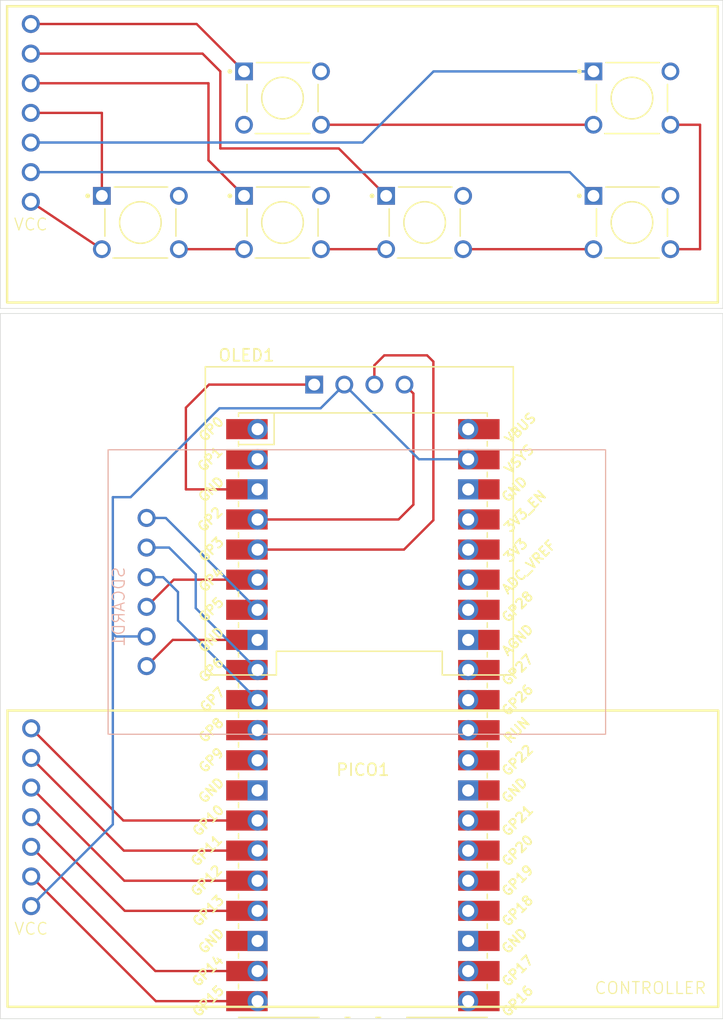
<source format=kicad_pcb>
(kicad_pcb (version 20240108) (generator "pcbnew") (generator_version "8.0")
  (layers (0 "F.Cu" signal) (31 "B.Cu" signal) (34 "B.Paste" user) (35 "F.Paste" user) (36 "B.SilkS" user "B.Silkscreen") (37 "F.SilkS" user "F.Silkscreen") (38 "B.Mask" user) (39 "F.Mask" user) (44 "Edge.Cuts" user))
  (net 0 "")
  (net 1 "Net-(CONTROLLER1-ALPHA)")
  (net 2 "Net-(CONTROLLER1-LEFT)")
  (net 3 "Net-(CONTROLLER1-UP)")
  (net 4 "Net-(CONTROLLER1-RIGHT)")
  (net 5 "Net-(CONTROLLER1-VCC)")
  (net 6 "Net-(CONTROLLER1-BETA)")
  (net 7 "Net-(CONTROLLER1-DOWN)")
  (net 8 "Net-(OLED1-SDA)")
  (net 9 "Net-(OLED1-GND)")
  (net 10 "Net-(OLED1-SCL)")
  (net 12 "Net-(PICO1-GPIO4)")
  (net 17 "Net-(PICO1-GPIO7)")
  (net 29 "Net-(PICO1-GPIO5)")
  (net 33 "Net-(PICO1-GPIO6)")
  (net 40 "Net-(SDCARD1-GND)")
  (footprint "gameconsole_footprint_library:controller" (layer "F.Cu") (at 99.575 62.775)
    (property "Reference" "U" (hide yes))
    (property "Value" "controller")
    (fp_line (start 2 16.5) (end 8 20.5) (stroke (width 0.2)) (layer "F.Cu"))
    (fp_line (start 8 9) (end 2 9) (stroke (width 0.2)) (layer "F.Cu"))
    (fp_line (start 8 16) (end 8 9) (stroke (width 0.2)) (layer "F.Cu"))
    (fp_line (start 14.5 20.5) (end 20 20.5) (stroke (width 0.2)) (layer "F.Cu"))
    (fp_line (start 16 1.5) (end 2 1.5) (stroke (width 0.2)) (layer "F.Cu"))
    (fp_line (start 16.5 4) (end 2 4) (stroke (width 0.2)) (layer "F.Cu"))
    (fp_line (start 17 6.5) (end 2 6.5) (stroke (width 0.2)) (layer "F.Cu"))
    (fp_line (start 17 13) (end 17 6.5) (stroke (width 0.2)) (layer "F.Cu"))
    (fp_line (start 18 5.5) (end 16.5 4) (stroke (width 0.2)) (layer "F.Cu"))
    (fp_line (start 18 12) (end 18 5.5) (stroke (width 0.2)) (layer "F.Cu"))
    (fp_line (start 20 5.5) (end 16 1.5) (stroke (width 0.2)) (layer "F.Cu"))
    (fp_line (start 20 16) (end 17 13) (stroke (width 0.2)) (layer "F.Cu"))
    (fp_line (start 26.5 20.5) (end 32 20.5) (stroke (width 0.2)) (layer "F.Cu"))
    (fp_line (start 28 12) (end 18 12) (stroke (width 0.2)) (layer "F.Cu"))
    (fp_line (start 32 16) (end 28 12) (stroke (width 0.2)) (layer "F.Cu"))
    (fp_line (start 38.5 20.5) (end 49.5 20.5) (stroke (width 0.2)) (layer "F.Cu"))
    (fp_line (start 49.5 10) (end 26.5 10) (stroke (width 0.2)) (layer "F.Cu"))
    (fp_line (start 56 20.5) (end 58.5 20.5) (stroke (width 0.2)) (layer "F.Cu"))
    (fp_line (start 58.5 10) (end 56 10) (stroke (width 0.2)) (layer "F.Cu"))
    (fp_line (start 58.5 20.5) (end 58.5 10) (stroke (width 0.2)) (layer "F.Cu"))
    (fp_line (start 30 11.5) (end 2 11.5) (stroke (width 0.2)) (layer "B.Cu"))
    (fp_line (start 36 5.5) (end 30 11.5) (stroke (width 0.2)) (layer "B.Cu"))
    (fp_line (start 47.5 14) (end 2 14) (stroke (width 0.2)) (layer "B.Cu"))
    (fp_line (start 49.5 5.5) (end 36 5.5) (stroke (width 0.2)) (layer "B.Cu"))
    (fp_line (start 49.5 16) (end 47.5 14) (stroke (width 0.2)) (layer "B.Cu"))
    (fp_line (start 8.255 17.1) (end 8.255 19.4) (stroke (width 0.127)) (layer "F.SilkS"))
    (fp_line (start 9.05 15.255) (end 13.55 15.255) (stroke (width 0.127)) (layer "F.SilkS"))
    (fp_line (start 13.55 21.245) (end 8.95 21.245) (stroke (width 0.127)) (layer "F.SilkS"))
    (fp_line (start 14.25 17.1) (end 14.25 19.4) (stroke (width 0.127)) (layer "F.SilkS"))
    (fp_line (start 20.255 6.6) (end 20.255 8.9) (stroke (width 0.127)) (layer "F.SilkS"))
    (fp_line (start 20.255 17.1) (end 20.255 19.4) (stroke (width 0.127)) (layer "F.SilkS"))
    (fp_line (start 21.05 4.755) (end 25.55 4.755) (stroke (width 0.127)) (layer "F.SilkS"))
    (fp_line (start 21.05 15.255) (end 25.55 15.255) (stroke (width 0.127)) (layer "F.SilkS"))
    (fp_line (start 25.55 10.745) (end 20.95 10.745) (stroke (width 0.127)) (layer "F.SilkS"))
    (fp_line (start 25.55 21.245) (end 20.95 21.245) (stroke (width 0.127)) (layer "F.SilkS"))
    (fp_line (start 26.25 6.6) (end 26.25 8.9) (stroke (width 0.127)) (layer "F.SilkS"))
    (fp_line (start 26.25 17.1) (end 26.25 19.4) (stroke (width 0.127)) (layer "F.SilkS"))
    (fp_line (start 32.255 17.1) (end 32.255 19.4) (stroke (width 0.127)) (layer "F.SilkS"))
    (fp_line (start 33.05 15.255) (end 37.55 15.255) (stroke (width 0.127)) (layer "F.SilkS"))
    (fp_line (start 37.55 21.245) (end 32.95 21.245) (stroke (width 0.127)) (layer "F.SilkS"))
    (fp_line (start 38.25 17.1) (end 38.25 19.4) (stroke (width 0.127)) (layer "F.SilkS"))
    (fp_line (start 49.755 6.6) (end 49.755 8.9) (stroke (width 0.127)) (layer "F.SilkS"))
    (fp_line (start 49.755 17.1) (end 49.755 19.4) (stroke (width 0.127)) (layer "F.SilkS"))
    (fp_line (start 50.55 4.755) (end 55.05 4.755) (stroke (width 0.127)) (layer "F.SilkS"))
    (fp_line (start 50.55 15.255) (end 55.05 15.255) (stroke (width 0.127)) (layer "F.SilkS"))
    (fp_line (start 55.05 10.745) (end 50.45 10.745) (stroke (width 0.127)) (layer "F.SilkS"))
    (fp_line (start 55.05 21.245) (end 50.45 21.245) (stroke (width 0.127)) (layer "F.SilkS"))
    (fp_line (start 55.75 6.6) (end 55.75 8.9) (stroke (width 0.127)) (layer "F.SilkS"))
    (fp_line (start 55.75 17.1) (end 55.75 19.4) (stroke (width 0.127)) (layer "F.SilkS"))
    (fp_rect (start 0 0) (end 60 25) (stroke (width 0.2)) (fill none) (layer "F.SilkS"))
    (fp_circle (center 6.805 16) (end 6.905 16) (stroke (width 0.2)) (fill none) (layer "F.SilkS"))
    (fp_circle (center 11.25 18.25) (end 13.005 18.25) (stroke (width 0.127)) (fill none) (layer "F.SilkS"))
    (fp_circle (center 18.805 5.5) (end 18.905 5.5) (stroke (width 0.2)) (fill none) (layer "F.SilkS"))
    (fp_circle (center 18.805 16) (end 18.905 16) (stroke (width 0.2)) (fill none) (layer "F.SilkS"))
    (fp_circle (center 23.25 7.75) (end 25.005 7.75) (stroke (width 0.127)) (fill none) (layer "F.SilkS"))
    (fp_circle (center 23.25 18.25) (end 25.005 18.25) (stroke (width 0.127)) (fill none) (layer "F.SilkS"))
    (fp_circle (center 30.805 16) (end 30.905 16) (stroke (width 0.2)) (fill none) (layer "F.SilkS"))
    (fp_circle (center 35.25 18.25) (end 37.005 18.25) (stroke (width 0.127)) (fill none) (layer "F.SilkS"))
    (fp_circle (center 48.305 5.5) (end 48.405 5.5) (stroke (width 0.2)) (fill none) (layer "F.SilkS"))
    (fp_circle (center 48.305 16) (end 48.405 16) (stroke (width 0.2)) (fill none) (layer "F.SilkS"))
    (fp_circle (center 52.75 7.75) (end 54.505 7.75) (stroke (width 0.127)) (fill none) (layer "F.SilkS"))
    (fp_circle (center 52.75 18.25) (end 54.505 18.25) (stroke (width 0.127)) (fill none) (layer "F.SilkS"))
    (fp_text user "VCC" (at 0.5 19 0) (layer "F.SilkS") (effects (font (thickness 0.1)) (justify left bottom)))
    (pad "1" thru_hole rect (at 8 16) (size 1.498 1.498) (drill 0.99) (layers "*.Cu" "*.Mask"))
    (pad "1" thru_hole rect (at 20 5.5) (size 1.498 1.498) (drill 0.99) (layers "*.Cu" "*.Mask"))
    (pad "1" thru_hole rect (at 20 16) (size 1.498 1.498) (drill 0.99) (layers "*.Cu" "*.Mask"))
    (pad "1" thru_hole rect (at 32 16) (size 1.498 1.498) (drill 0.99) (layers "*.Cu" "*.Mask"))
    (pad "1" thru_hole rect (at 49.5 5.5) (size 1.498 1.498) (drill 0.99) (layers "*.Cu" "*.Mask"))
    (pad "1" thru_hole rect (at 49.5 16) (size 1.498 1.498) (drill 0.99) (layers "*.Cu" "*.Mask"))
    (pad "2" thru_hole circle (at 14.5 16) (size 1.498 1.498) (drill 0.99) (layers "*.Cu" "*.Mask"))
    (pad "2" thru_hole circle (at 26.5 5.5) (size 1.498 1.498) (drill 0.99) (layers "*.Cu" "*.Mask"))
    (pad "2" thru_hole circle (at 26.5 16) (size 1.498 1.498) (drill 0.99) (layers "*.Cu" "*.Mask"))
    (pad "2" thru_hole circle (at 38.5 16) (size 1.498 1.498) (drill 0.99) (layers "*.Cu" "*.Mask"))
    (pad "2" thru_hole circle (at 56 5.5) (size 1.498 1.498) (drill 0.99) (layers "*.Cu" "*.Mask"))
    (pad "2" thru_hole circle (at 56 16) (size 1.498 1.498) (drill 0.99) (layers "*.Cu" "*.Mask"))
    (pad "3" thru_hole circle (at 8 20.5) (size 1.498 1.498) (drill 0.99) (layers "*.Cu" "*.Mask"))
    (pad "3" thru_hole circle (at 20 10) (size 1.498 1.498) (drill 0.99) (layers "*.Cu" "*.Mask"))
    (pad "3" thru_hole circle (at 20 20.5) (size 1.498 1.498) (drill 0.99) (layers "*.Cu" "*.Mask"))
    (pad "3" thru_hole circle (at 32 20.5) (size 1.498 1.498) (drill 0.99) (layers "*.Cu" "*.Mask"))
    (pad "3" thru_hole circle (at 49.5 10) (size 1.498 1.498) (drill 0.99) (layers "*.Cu" "*.Mask"))
    (pad "3" thru_hole circle (at 49.5 20.5) (size 1.498 1.498) (drill 0.99) (layers "*.Cu" "*.Mask"))
    (pad "4" thru_hole circle (at 14.5 20.5) (size 1.498 1.498) (drill 0.99) (layers "*.Cu" "*.Mask"))
    (pad "4" thru_hole circle (at 26.5 10) (size 1.498 1.498) (drill 0.99) (layers "*.Cu" "*.Mask"))
    (pad "4" thru_hole circle (at 26.5 20.5) (size 1.498 1.498) (drill 0.99) (layers "*.Cu" "*.Mask"))
    (pad "4" thru_hole circle (at 38.5 20.5) (size 1.498 1.498) (drill 0.99) (layers "*.Cu" "*.Mask"))
    (pad "4" thru_hole circle (at 56 10) (size 1.498 1.498) (drill 0.99) (layers "*.Cu" "*.Mask"))
    (pad "4" thru_hole circle (at 56 20.5) (size 1.498 1.498) (drill 0.99) (layers "*.Cu" "*.Mask"))
    (pad "5" thru_hole circle (at 2 16.5) (size 1.524 1.524) (drill 1) (layers "*.Cu" "*.Mask"))
    (pad "6" thru_hole circle (at 2 1.5) (size 1.524 1.524) (drill 1) (layers "*.Cu" "*.Mask"))
    (pad "7" thru_hole circle (at 2 4) (size 1.524 1.524) (drill 1) (layers "*.Cu" "*.Mask"))
    (pad "8" thru_hole circle (at 2 6.5) (size 1.524 1.524) (drill 1) (layers "*.Cu" "*.Mask"))
    (pad "9" thru_hole circle (at 2 9) (size 1.524 1.524) (drill 1) (layers "*.Cu" "*.Mask"))
    (pad "10" thru_hole circle (at 2 11.5) (size 1.524 1.524) (drill 1) (layers "*.Cu" "*.Mask"))
    (pad "11" thru_hole circle (at 2 14) (size 1.524 1.524) (drill 1) (layers "*.Cu" "*.Mask"))
  )
  (footprint "gameconsole_footprint_library:oled" (layer "F.Cu") (at 129.31 106.2)
    (property "Reference" "OLED1" (at -9.525 -13.97 0) (layer "F.SilkS"))
    (property "Value" "~")
    (fp_line (start -13 -13) (end 13 -13) (stroke (width 0.127)) (layer "F.SilkS"))
    (fp_line (start -13 13) (end -13 -13) (stroke (width 0.127)) (layer "F.SilkS"))
    (fp_line (start -7 11) (end -7 13) (stroke (width 0.127)) (layer "F.SilkS"))
    (fp_line (start -7 13) (end -13 13) (stroke (width 0.127)) (layer "F.SilkS"))
    (fp_line (start 7 11) (end -7 11) (stroke (width 0.127)) (layer "F.SilkS"))
    (fp_line (start 7 13) (end 7 11) (stroke (width 0.127)) (layer "F.SilkS"))
    (fp_line (start 13 -13) (end 13 13) (stroke (width 0.127)) (layer "F.SilkS"))
    (fp_line (start 13 13) (end 7 13) (stroke (width 0.127)) (layer "F.SilkS"))
    (pad "1" thru_hole rect (at -3.81 -11.5) (size 1.508 1.508) (drill 1) (layers "*.Cu" "*.Mask") (net 9 "Net-(OLED1-GND)"))
    (pad "2" thru_hole circle (at -1.27 -11.5) (size 1.508 1.508) (drill 1) (layers "*.Cu" "*.Mask") (net 5 "Net-(CONTROLLER1-VCC)"))
    (pad "3" thru_hole circle (at 1.27 -11.5) (size 1.508 1.508) (drill 1) (layers "*.Cu" "*.Mask") (net 10 "Net-(OLED1-SCL)"))
    (pad "4" thru_hole circle (at 3.81 -11.5) (size 1.508 1.508) (drill 1) (layers "*.Cu" "*.Mask") (net 8 "Net-(OLED1-SDA)"))
  )
  (footprint "gameconsole_footprint_library:controller_mount" (layer "F.Cu") (at 129.61 134.2)
    (property "Reference" "CONTROLLER1" (hide yes))
    (property "Value" "~" (hide yes))
    (fp_rect (start -30 -12) (end 30 13) (stroke (width 0.2)) (fill none) (layer "F.SilkS"))
    (fp_text user "CONTROLLER" (at 19.5 12 0) (layer "F.SilkS") (effects (font (thickness 0.1)) (justify left bottom)))
    (fp_text user "VCC" (at -29.5 7 0) (layer "F.SilkS") (effects (font (thickness 0.1)) (justify left bottom)))
    (pad "1" thru_hole circle (at -28 -10.5) (size 1.524 1.524) (drill 1) (layers "*.Cu" "*.Mask") (net 3 "Net-(CONTROLLER1-UP)"))
    (pad "2" thru_hole circle (at -28 -8) (size 1.524 1.524) (drill 1) (layers "*.Cu" "*.Mask") (net 4 "Net-(CONTROLLER1-RIGHT)"))
    (pad "3" thru_hole circle (at -28 -5.5) (size 1.524 1.524) (drill 1) (layers "*.Cu" "*.Mask") (net 7 "Net-(CONTROLLER1-DOWN)"))
    (pad "4" thru_hole circle (at -28 -3) (size 1.524 1.524) (drill 1) (layers "*.Cu" "*.Mask") (net 2 "Net-(CONTROLLER1-LEFT)"))
    (pad "5" thru_hole circle (at -28 -0.5) (size 1.524 1.524) (drill 1) (layers "*.Cu" "*.Mask") (net 1 "Net-(CONTROLLER1-ALPHA)"))
    (pad "6" thru_hole circle (at -28 2) (size 1.524 1.524) (drill 1) (layers "*.Cu" "*.Mask") (net 6 "Net-(CONTROLLER1-BETA)"))
    (pad "7" thru_hole circle (at -28 4.5) (size 1.524 1.524) (drill 1) (layers "*.Cu" "*.Mask") (net 5 "Net-(CONTROLLER1-VCC)"))
  )
  (footprint "gameconsole_footprint_library:pico" (layer "F.Cu") (at 129.61 122.59)
    (property "Reference" "PICO1" (at 0 4.61 0) (layer "F.SilkS"))
    (property "Value" "~")
    (fp_line (start -10.5 -25.5) (end -10.5 -25.2) (stroke (width 0.12)) (layer "F.SilkS"))
    (fp_line (start -10.5 -25.5) (end 10.5 -25.5) (stroke (width 0.12)) (layer "F.SilkS"))
    (fp_line (start -10.5 -23.1) (end -10.5 -22.7) (stroke (width 0.12)) (layer "F.SilkS"))
    (fp_line (start -10.5 -22.833) (end -7.493 -22.833) (stroke (width 0.12)) (layer "F.SilkS"))
    (fp_line (start -10.5 -20.5) (end -10.5 -20.1) (stroke (width 0.12)) (layer "F.SilkS"))
    (fp_line (start -10.5 -18) (end -10.5 -17.6) (stroke (width 0.12)) (layer "F.SilkS"))
    (fp_line (start -10.5 -15.4) (end -10.5 -15) (stroke (width 0.12)) (layer "F.SilkS"))
    (fp_line (start -10.5 -12.9) (end -10.5 -12.5) (stroke (width 0.12)) (layer "F.SilkS"))
    (fp_line (start -10.5 -10.4) (end -10.5 -10) (stroke (width 0.12)) (layer "F.SilkS"))
    (fp_line (start -10.5 -7.8) (end -10.5 -7.4) (stroke (width 0.12)) (layer "F.SilkS"))
    (fp_line (start -10.5 -5.3) (end -10.5 -4.9) (stroke (width 0.12)) (layer "F.SilkS"))
    (fp_line (start -10.5 -2.7) (end -10.5 -2.3) (stroke (width 0.12)) (layer "F.SilkS"))
    (fp_line (start -10.5 -0.2) (end -10.5 0.2) (stroke (width 0.12)) (layer "F.SilkS"))
    (fp_line (start -10.5 2.3) (end -10.5 2.7) (stroke (width 0.12)) (layer "F.SilkS"))
    (fp_line (start -10.5 4.9) (end -10.5 5.3) (stroke (width 0.12)) (layer "F.SilkS"))
    (fp_line (start -10.5 7.4) (end -10.5 7.8) (stroke (width 0.12)) (layer "F.SilkS"))
    (fp_line (start -10.5 10) (end -10.5 10.4) (stroke (width 0.12)) (layer "F.SilkS"))
    (fp_line (start -10.5 12.5) (end -10.5 12.9) (stroke (width 0.12)) (layer "F.SilkS"))
    (fp_line (start -10.5 15.1) (end -10.5 15.5) (stroke (width 0.12)) (layer "F.SilkS"))
    (fp_line (start -10.5 17.6) (end -10.5 18) (stroke (width 0.12)) (layer "F.SilkS"))
    (fp_line (start -10.5 20.1) (end -10.5 20.5) (stroke (width 0.12)) (layer "F.SilkS"))
    (fp_line (start -10.5 22.7) (end -10.5 23.1) (stroke (width 0.12)) (layer "F.SilkS"))
    (fp_line (start -7.493 -22.833) (end -7.493 -25.5) (stroke (width 0.12)) (layer "F.SilkS"))
    (fp_line (start -3.7 25.5) (end -10.5 25.5) (stroke (width 0.12)) (layer "F.SilkS"))
    (fp_line (start -1.5 25.5) (end -1.1 25.5) (stroke (width 0.12)) (layer "F.SilkS"))
    (fp_line (start 1.1 25.5) (end 1.5 25.5) (stroke (width 0.12)) (layer "F.SilkS"))
    (fp_line (start 10.5 -25.5) (end 10.5 -25.2) (stroke (width 0.12)) (layer "F.SilkS"))
    (fp_line (start 10.5 -23.1) (end 10.5 -22.7) (stroke (width 0.12)) (layer "F.SilkS"))
    (fp_line (start 10.5 -20.5) (end 10.5 -20.1) (stroke (width 0.12)) (layer "F.SilkS"))
    (fp_line (start 10.5 -18) (end 10.5 -17.6) (stroke (width 0.12)) (layer "F.SilkS"))
    (fp_line (start 10.5 -15.4) (end 10.5 -15) (stroke (width 0.12)) (layer "F.SilkS"))
    (fp_line (start 10.5 -12.9) (end 10.5 -12.5) (stroke (width 0.12)) (layer "F.SilkS"))
    (fp_line (start 10.5 -10.4) (end 10.5 -10) (stroke (width 0.12)) (layer "F.SilkS"))
    (fp_line (start 10.5 -7.8) (end 10.5 -7.4) (stroke (width 0.12)) (layer "F.SilkS"))
    (fp_line (start 10.5 -5.3) (end 10.5 -4.9) (stroke (width 0.12)) (layer "F.SilkS"))
    (fp_line (start 10.5 -2.7) (end 10.5 -2.3) (stroke (width 0.12)) (layer "F.SilkS"))
    (fp_line (start 10.5 -0.2) (end 10.5 0.2) (stroke (width 0.12)) (layer "F.SilkS"))
    (fp_line (start 10.5 2.3) (end 10.5 2.7) (stroke (width 0.12)) (layer "F.SilkS"))
    (fp_line (start 10.5 4.9) (end 10.5 5.3) (stroke (width 0.12)) (layer "F.SilkS"))
    (fp_line (start 10.5 7.4) (end 10.5 7.8) (stroke (width 0.12)) (layer "F.SilkS"))
    (fp_line (start 10.5 10) (end 10.5 10.4) (stroke (width 0.12)) (layer "F.SilkS"))
    (fp_line (start 10.5 12.5) (end 10.5 12.9) (stroke (width 0.12)) (layer "F.SilkS"))
    (fp_line (start 10.5 15.1) (end 10.5 15.5) (stroke (width 0.12)) (layer "F.SilkS"))
    (fp_line (start 10.5 17.6) (end 10.5 18) (stroke (width 0.12)) (layer "F.SilkS"))
    (fp_line (start 10.5 20.1) (end 10.5 20.5) (stroke (width 0.12)) (layer "F.SilkS"))
    (fp_line (start 10.5 22.7) (end 10.5 23.1) (stroke (width 0.12)) (layer "F.SilkS"))
    (fp_line (start 10.5 25.5) (end 3.7 25.5) (stroke (width 0.12)) (layer "F.SilkS"))
    (fp_text user "GP11" (at -13.2 11.43 45) (layer "F.SilkS") (effects (font (size 0.8 0.8))))
    (fp_text user "GP28" (at 13.054 -9.144 45) (layer "F.SilkS") (effects (font (size 0.8 0.8))))
    (fp_text user "GP26" (at 13.054 -1.27 45) (layer "F.SilkS") (effects (font (size 0.8 0.8))))
    (fp_text user "GP14" (at -13.1 21.59 45) (layer "F.SilkS") (effects (font (size 0.8 0.8))))
    (fp_text user "VBUS" (at 13.3 -24.2 45) (layer "F.SilkS") (effects (font (size 0.8 0.8))))
    (fp_text user "GND" (at 12.8 19.05 45) (layer "F.SilkS") (effects (font (size 0.8 0.8))))
    (fp_text user "GP20" (at 13.054 11.43 45) (layer "F.SilkS") (effects (font (size 0.8 0.8))))
    (fp_text user "RUN" (at 13 1.27 45) (layer "F.SilkS") (effects (font (size 0.8 0.8))))
    (fp_text user "GP10" (at -13.054 8.89 45) (layer "F.SilkS") (effects (font (size 0.8 0.8))))
    (fp_text user "3V3" (at 12.9 -13.9 45) (layer "F.SilkS") (effects (font (size 0.8 0.8))))
    (fp_text user "GP7" (at -12.7 -1.3 45) (layer "F.SilkS") (effects (font (size 0.8 0.8))))
    (fp_text user "3V3_EN" (at 13.7 -17.2 45) (layer "F.SilkS") (effects (font (size 0.8 0.8))))
    (fp_text user "GND" (at 12.8 -19.05 45) (layer "F.SilkS") (effects (font (size 0.8 0.8))))
    (fp_text user "GP27" (at 13.054 -3.8 45) (layer "F.SilkS") (effects (font (size 0.8 0.8))))
    (fp_text user "GP12" (at -13.2 13.97 45) (layer "F.SilkS") (effects (font (size 0.8 0.8))))
    (fp_text user "GND" (at -12.8 -19.05 45) (layer "F.SilkS") (effects (font (size 0.8 0.8))))
    (fp_text user "GND" (at 12.8 6.35 45) (layer "F.SilkS") (effects (font (size 0.8 0.8))))
    (fp_text user "GP17" (at 13.054 21.59 45) (layer "F.SilkS") (effects (font (size 0.8 0.8))))
    (fp_text user "GP6" (at -12.8 -3.81 45) (layer "F.SilkS") (effects (font (size 0.8 0.8))))
    (fp_text user "GP16" (at 13.054 24.13 45) (layer "F.SilkS") (effects (font (size 0.8 0.8))))
    (fp_text user "GND" (at -12.8 -6.35 45) (layer "F.SilkS") (effects (font (size 0.8 0.8))))
    (fp_text user "AGND" (at 13.054 -6.35 45) (layer "F.SilkS") (effects (font (size 0.8 0.8))))
    (fp_text user "GP15" (at -13.054 24.13 45) (layer "F.SilkS") (effects (font (size 0.8 0.8))))
    (fp_text user "VSYS" (at 13.2 -21.59 45) (layer "F.SilkS") (effects (font (size 0.8 0.8))))
    (fp_text user "GP21" (at 13.054 8.9 45) (layer "F.SilkS") (effects (font (size 0.8 0.8))))
    (fp_text user "GP0" (at -12.8 -24.13 45) (layer "F.SilkS") (effects (font (size 0.8 0.8))))
    (fp_text user "GND" (at -12.8 19.05 45) (layer "F.SilkS") (effects (font (size 0.8 0.8))))
    (fp_text user "GP19" (at 13.054 13.97 45) (layer "F.SilkS") (effects (font (size 0.8 0.8))))
    (fp_text user "GP2" (at -12.9 -16.51 45) (layer "F.SilkS") (effects (font (size 0.8 0.8))))
    (fp_text user "GP18" (at 13.054 16.51 45) (layer "F.SilkS") (effects (font (size 0.8 0.8))))
    (fp_text user "GP8" (at -12.8 1.27 45) (layer "F.SilkS") (effects (font (size 0.8 0.8))))
    (fp_text user "GP22" (at 13.054 3.81 45) (layer "F.SilkS") (effects (font (size 0.8 0.8))))
    (fp_text user "GP1" (at -12.9 -21.6 45) (layer "F.SilkS") (effects (font (size 0.8 0.8))))
    (fp_text user "GP9" (at -12.8 3.81 45) (layer "F.SilkS") (effects (font (size 0.8 0.8))))
    (fp_text user "GP5" (at -12.8 -8.89 45) (layer "F.SilkS") (effects (font (size 0.8 0.8))))
    (fp_text user "GP13" (at -13.054 16.51 45) (layer "F.SilkS") (effects (font (size 0.8 0.8))))
    (fp_text user "GND" (at -12.8 6.35 45) (layer "F.SilkS") (effects (font (size 0.8 0.8))))
    (fp_text user "GP3" (at -12.8 -13.97 45) (layer "F.SilkS") (effects (font (size 0.8 0.8))))
    (fp_text user "GP4" (at -12.8 -11.43 45) (layer "F.SilkS") (effects (font (size 0.8 0.8))))
    (fp_text user "ADC_VREF" (at 14 -12.5 45) (layer "F.SilkS") (effects (font (size 0.8 0.8))))
    (pad "1" thru_hole oval (at -8.89 -24.13) (size 1.7 1.7) (drill 1.02) (layers "*.Cu" "*.Mask"))
    (pad "1" smd rect (at -8.89 -24.13) (size 3.5 1.7) (drill (offset -0.9 0)) (layers "F.Cu" "F.Mask"))
    (pad "2" thru_hole oval (at -8.89 -21.59) (size 1.7 1.7) (drill 1.02) (layers "*.Cu" "*.Mask"))
    (pad "2" smd rect (at -8.89 -21.59) (size 3.5 1.7) (drill (offset -0.9 0)) (layers "F.Cu" "F.Mask"))
    (pad "3" thru_hole rect (at -8.89 -19.05) (size 1.7 1.7) (drill 1.02) (layers "*.Cu" "*.Mask") (net 9 "Net-(OLED1-GND)"))
    (pad "3" smd rect (at -8.89 -19.05) (size 3.5 1.7) (drill (offset -0.9 0)) (layers "F.Cu" "F.Mask") (net 9 "Net-(OLED1-GND)"))
    (pad "4" thru_hole oval (at -8.89 -16.51) (size 1.7 1.7) (drill 1.02) (layers "*.Cu" "*.Mask") (net 8 "Net-(OLED1-SDA)"))
    (pad "4" smd rect (at -8.89 -16.51) (size 3.5 1.7) (drill (offset -0.9 0)) (layers "F.Cu" "F.Mask") (net 8 "Net-(OLED1-SDA)"))
    (pad "5" thru_hole oval (at -8.89 -13.97) (size 1.7 1.7) (drill 1.02) (layers "*.Cu" "*.Mask") (net 10 "Net-(OLED1-SCL)"))
    (pad "5" smd rect (at -8.89 -13.97) (size 3.5 1.7) (drill (offset -0.9 0)) (layers "F.Cu" "F.Mask") (net 10 "Net-(OLED1-SCL)"))
    (pad "6" thru_hole oval (at -8.89 -11.43) (size 1.7 1.7) (drill 1.02) (layers "*.Cu" "*.Mask") (net 12 "Net-(PICO1-GPIO4)"))
    (pad "6" smd rect (at -8.89 -11.43) (size 3.5 1.7) (drill (offset -0.9 0)) (layers "F.Cu" "F.Mask") (net 12 "Net-(PICO1-GPIO4)"))
    (pad "7" thru_hole oval (at -8.89 -8.89) (size 1.7 1.7) (drill 1.02) (layers "*.Cu" "*.Mask") (net 29 "Net-(PICO1-GPIO5)"))
    (pad "7" smd rect (at -8.89 -8.89) (size 3.5 1.7) (drill (offset -0.9 0)) (layers "F.Cu" "F.Mask") (net 29 "Net-(PICO1-GPIO5)"))
    (pad "8" thru_hole rect (at -8.89 -6.35) (size 1.7 1.7) (drill 1.02) (layers "*.Cu" "*.Mask") (net 40 "Net-(SDCARD1-GND)"))
    (pad "8" smd rect (at -8.89 -6.35) (size 3.5 1.7) (drill (offset -0.9 0)) (layers "F.Cu" "F.Mask") (net 40 "Net-(SDCARD1-GND)"))
    (pad "9" thru_hole oval (at -8.89 -3.81) (size 1.7 1.7) (drill 1.02) (layers "*.Cu" "*.Mask") (net 33 "Net-(PICO1-GPIO6)"))
    (pad "9" smd rect (at -8.89 -3.81) (size 3.5 1.7) (drill (offset -0.9 0)) (layers "F.Cu" "F.Mask") (net 33 "Net-(PICO1-GPIO6)"))
    (pad "10" thru_hole oval (at -8.89 -1.27) (size 1.7 1.7) (drill 1.02) (layers "*.Cu" "*.Mask") (net 17 "Net-(PICO1-GPIO7)"))
    (pad "10" smd rect (at -8.89 -1.27) (size 3.5 1.7) (drill (offset -0.9 0)) (layers "F.Cu" "F.Mask") (net 17 "Net-(PICO1-GPIO7)"))
    (pad "11" thru_hole oval (at -8.89 1.27) (size 1.7 1.7) (drill 1.02) (layers "*.Cu" "*.Mask"))
    (pad "11" smd rect (at -8.89 1.27) (size 3.5 1.7) (drill (offset -0.9 0)) (layers "F.Cu" "F.Mask"))
    (pad "12" thru_hole oval (at -8.89 3.81) (size 1.7 1.7) (drill 1.02) (layers "*.Cu" "*.Mask"))
    (pad "12" smd rect (at -8.89 3.81) (size 3.5 1.7) (drill (offset -0.9 0)) (layers "F.Cu" "F.Mask"))
    (pad "13" thru_hole rect (at -8.89 6.35) (size 1.7 1.7) (drill 1.02) (layers "*.Cu" "*.Mask"))
    (pad "13" smd rect (at -8.89 6.35) (size 3.5 1.7) (drill (offset -0.9 0)) (layers "F.Cu" "F.Mask"))
    (pad "14" thru_hole oval (at -8.89 8.89) (size 1.7 1.7) (drill 1.02) (layers "*.Cu" "*.Mask") (net 3 "Net-(CONTROLLER1-UP)"))
    (pad "14" smd rect (at -8.89 8.89) (size 3.5 1.7) (drill (offset -0.9 0)) (layers "F.Cu" "F.Mask") (net 3 "Net-(CONTROLLER1-UP)"))
    (pad "15" thru_hole oval (at -8.89 11.43) (size 1.7 1.7) (drill 1.02) (layers "*.Cu" "*.Mask") (net 4 "Net-(CONTROLLER1-RIGHT)"))
    (pad "15" smd rect (at -8.89 11.43) (size 3.5 1.7) (drill (offset -0.9 0)) (layers "F.Cu" "F.Mask") (net 4 "Net-(CONTROLLER1-RIGHT)"))
    (pad "16" thru_hole oval (at -8.89 13.97) (size 1.7 1.7) (drill 1.02) (layers "*.Cu" "*.Mask") (net 7 "Net-(CONTROLLER1-DOWN)"))
    (pad "16" smd rect (at -8.89 13.97) (size 3.5 1.7) (drill (offset -0.9 0)) (layers "F.Cu" "F.Mask") (net 7 "Net-(CONTROLLER1-DOWN)"))
    (pad "17" thru_hole oval (at -8.89 16.51) (size 1.7 1.7) (drill 1.02) (layers "*.Cu" "*.Mask") (net 2 "Net-(CONTROLLER1-LEFT)"))
    (pad "17" smd rect (at -8.89 16.51) (size 3.5 1.7) (drill (offset -0.9 0)) (layers "F.Cu" "F.Mask") (net 2 "Net-(CONTROLLER1-LEFT)"))
    (pad "18" thru_hole rect (at -8.89 19.05) (size 1.7 1.7) (drill 1.02) (layers "*.Cu" "*.Mask"))
    (pad "18" smd rect (at -8.89 19.05) (size 3.5 1.7) (drill (offset -0.9 0)) (layers "F.Cu" "F.Mask"))
    (pad "19" thru_hole oval (at -8.89 21.59) (size 1.7 1.7) (drill 1.02) (layers "*.Cu" "*.Mask") (net 1 "Net-(CONTROLLER1-ALPHA)"))
    (pad "19" smd rect (at -8.89 21.59) (size 3.5 1.7) (drill (offset -0.9 0)) (layers "F.Cu" "F.Mask") (net 1 "Net-(CONTROLLER1-ALPHA)"))
    (pad "20" thru_hole oval (at -8.89 24.13) (size 1.7 1.7) (drill 1.02) (layers "*.Cu" "*.Mask") (net 6 "Net-(CONTROLLER1-BETA)"))
    (pad "20" smd rect (at -8.89 24.13) (size 3.5 1.7) (drill (offset -0.9 0)) (layers "F.Cu" "F.Mask") (net 6 "Net-(CONTROLLER1-BETA)"))
    (pad "21" thru_hole oval (at 8.89 24.13) (size 1.7 1.7) (drill 1.02) (layers "*.Cu" "*.Mask"))
    (pad "21" smd rect (at 8.89 24.13) (size 3.5 1.7) (drill (offset 0.9 0)) (layers "F.Cu" "F.Mask"))
    (pad "22" thru_hole oval (at 8.89 21.59) (size 1.7 1.7) (drill 1.02) (layers "*.Cu" "*.Mask"))
    (pad "22" smd rect (at 8.89 21.59) (size 3.5 1.7) (drill (offset 0.9 0)) (layers "F.Cu" "F.Mask"))
    (pad "23" thru_hole rect (at 8.89 19.05) (size 1.7 1.7) (drill 1.02) (layers "*.Cu" "*.Mask"))
    (pad "23" smd rect (at 8.89 19.05) (size 3.5 1.7) (drill (offset 0.9 0)) (layers "F.Cu" "F.Mask"))
    (pad "24" thru_hole oval (at 8.89 16.51) (size 1.7 1.7) (drill 1.02) (layers "*.Cu" "*.Mask"))
    (pad "24" smd rect (at 8.89 16.51) (size 3.5 1.7) (drill (offset 0.9 0)) (layers "F.Cu" "F.Mask"))
    (pad "25" thru_hole oval (at 8.89 13.97) (size 1.7 1.7) (drill 1.02) (layers "*.Cu" "*.Mask"))
    (pad "25" smd rect (at 8.89 13.97) (size 3.5 1.7) (drill (offset 0.9 0)) (layers "F.Cu" "F.Mask"))
    (pad "26" thru_hole oval (at 8.89 11.43) (size 1.7 1.7) (drill 1.02) (layers "*.Cu" "*.Mask"))
    (pad "26" smd rect (at 8.89 11.43) (size 3.5 1.7) (drill (offset 0.9 0)) (layers "F.Cu" "F.Mask"))
    (pad "27" thru_hole oval (at 8.89 8.89) (size 1.7 1.7) (drill 1.02) (layers "*.Cu" "*.Mask"))
    (pad "27" smd rect (at 8.89 8.89) (size 3.5 1.7) (drill (offset 0.9 0)) (layers "F.Cu" "F.Mask"))
    (pad "28" thru_hole rect (at 8.89 6.35) (size 1.7 1.7) (drill 1.02) (layers "*.Cu" "*.Mask"))
    (pad "28" smd rect (at 8.89 6.35) (size 3.5 1.7) (drill (offset 0.9 0)) (layers "F.Cu" "F.Mask"))
    (pad "29" thru_hole oval (at 8.89 3.81) (size 1.7 1.7) (drill 1.02) (layers "*.Cu" "*.Mask"))
    (pad "29" smd rect (at 8.89 3.81) (size 3.5 1.7) (drill (offset 0.9 0)) (layers "F.Cu" "F.Mask"))
    (pad "30" thru_hole oval (at 8.89 1.27) (size 1.7 1.7) (drill 1.02) (layers "*.Cu" "*.Mask"))
    (pad "30" smd rect (at 8.89 1.27) (size 3.5 1.7) (drill (offset 0.9 0)) (layers "F.Cu" "F.Mask"))
    (pad "31" thru_hole oval (at 8.89 -1.27) (size 1.7 1.7) (drill 1.02) (layers "*.Cu" "*.Mask"))
    (pad "31" smd rect (at 8.89 -1.27) (size 3.5 1.7) (drill (offset 0.9 0)) (layers "F.Cu" "F.Mask"))
    (pad "32" thru_hole oval (at 8.89 -3.81) (size 1.7 1.7) (drill 1.02) (layers "*.Cu" "*.Mask"))
    (pad "32" smd rect (at 8.89 -3.81) (size 3.5 1.7) (drill (offset 0.9 0)) (layers "F.Cu" "F.Mask"))
    (pad "33" thru_hole rect (at 8.89 -6.35) (size 1.7 1.7) (drill 1.02) (layers "*.Cu" "*.Mask"))
    (pad "33" smd rect (at 8.89 -6.35) (size 3.5 1.7) (drill (offset 0.9 0)) (layers "F.Cu" "F.Mask"))
    (pad "34" thru_hole oval (at 8.89 -8.89) (size 1.7 1.7) (drill 1.02) (layers "*.Cu" "*.Mask"))
    (pad "34" smd rect (at 8.89 -8.89) (size 3.5 1.7) (drill (offset 0.9 0)) (layers "F.Cu" "F.Mask"))
    (pad "35" thru_hole oval (at 8.89 -11.43) (size 1.7 1.7) (drill 1.02) (layers "*.Cu" "*.Mask"))
    (pad "35" smd rect (at 8.89 -11.43) (size 3.5 1.7) (drill (offset 0.9 0)) (layers "F.Cu" "F.Mask"))
    (pad "36" thru_hole oval (at 8.89 -13.97) (size 1.7 1.7) (drill 1.02) (layers "*.Cu" "*.Mask"))
    (pad "36" smd rect (at 8.89 -13.97) (size 3.5 1.7) (drill (offset 0.9 0)) (layers "F.Cu" "F.Mask"))
    (pad "37" thru_hole oval (at 8.89 -16.51) (size 1.7 1.7) (drill 1.02) (layers "*.Cu" "*.Mask"))
    (pad "37" smd rect (at 8.89 -16.51) (size 3.5 1.7) (drill (offset 0.9 0)) (layers "F.Cu" "F.Mask"))
    (pad "38" thru_hole rect (at 8.89 -19.05) (size 1.7 1.7) (drill 1.02) (layers "*.Cu" "*.Mask"))
    (pad "38" smd rect (at 8.89 -19.05) (size 3.5 1.7) (drill (offset 0.9 0)) (layers "F.Cu" "F.Mask"))
    (pad "39" thru_hole oval (at 8.89 -21.59) (size 1.7 1.7) (drill 1.02) (layers "*.Cu" "*.Mask") (net 5 "Net-(CONTROLLER1-VCC)"))
    (pad "39" smd rect (at 8.89 -21.59) (size 3.5 1.7) (drill (offset 0.9 0)) (layers "F.Cu" "F.Mask") (net 5 "Net-(CONTROLLER1-VCC)"))
    (pad "40" thru_hole oval (at 8.89 -24.13) (size 1.7 1.7) (drill 1.02) (layers "*.Cu" "*.Mask"))
    (pad "40" smd rect (at 8.89 -24.13) (size 3.5 1.7) (drill (offset 0.9 0)) (layers "F.Cu" "F.Mask"))
  )
  (footprint "gameconsole_footprint_library:sdcard" (layer "B.Cu") (at 108.1 100.2 -90)
    (property "Reference" "SDCARD1" (at 13.25 -0.9 90) (layer "B.SilkS") (effects (font (thickness 0.1)) (justify mirror)))
    (property "Value" "~")
    (fp_rect (start 24 -42) (end 0 0) (stroke (width 0.1)) (fill none) (layer "B.SilkS"))
    (pad "1" thru_hole circle (at 5.75 -3.25 270) (size 1.524 1.524) (drill 1) (layers "*.Cu" "*.Mask") (net 29 "Net-(PICO1-GPIO5)"))
    (pad "2" thru_hole circle (at 8.25 -3.25 270) (size 1.524 1.524) (drill 1) (layers "*.Cu" "*.Mask") (net 33 "Net-(PICO1-GPIO6)"))
    (pad "3" thru_hole circle (at 10.75 -3.25 270) (size 1.524 1.524) (drill 1) (layers "*.Cu" "*.Mask") (net 17 "Net-(PICO1-GPIO7)"))
    (pad "4" thru_hole circle (at 13.25 -3.25 270) (size 1.524 1.524) (drill 1) (layers "*.Cu" "*.Mask") (net 12 "Net-(PICO1-GPIO4)"))
    (pad "5" thru_hole circle (at 15.75 -3.25 270) (size 1.524 1.524) (drill 1) (layers "*.Cu" "*.Mask") (net 5 "Net-(CONTROLLER1-VCC)"))
    (pad "6" thru_hole circle (at 18.25 -3.25 270) (size 1.524 1.524) (drill 1) (layers "*.Cu" "*.Mask") (net 40 "Net-(SDCARD1-GND)"))
  )
  (gr_rect (start 99 88.7) (end 160 148.2) (stroke (width 0.05)) (fill none) (layer "Edge.Cuts"))
  (gr_rect (start 99 62.275) (end 160 88.275) (stroke (width 0.05)) (fill none) (layer "Edge.Cuts"))
  (segment (start 101.61 133.7) (end 112.09 144.18) (width 0.2) (layer "F.Cu") (net 1))
  (segment (start 112.09 144.18) (end 120.72 144.18) (width 0.2) (layer "F.Cu") (net 1))
  (segment (start 109.51 139.1) (end 120.72 139.1) (width 0.2) (layer "F.Cu") (net 2))
  (segment (start 101.61 131.2) (end 109.51 139.1) (width 0.2) (layer "F.Cu") (net 2))
  (segment (start 109.39 131.48) (end 120.72 131.48) (width 0.2) (layer "F.Cu") (net 3))
  (segment (start 101.61 123.7) (end 109.39 131.48) (width 0.2) (layer "F.Cu") (net 3))
  (segment (start 101.61 126.2) (end 109.43 134.02) (width 0.2) (layer "F.Cu") (net 4))
  (segment (start 109.43 134.02) (end 120.72 134.02) (width 0.2) (layer "F.Cu") (net 4))
  (segment (start 108.5 113.1) (end 108.5 131.81) (width 0.2) (layer "B.Cu") (net 5))
  (segment (start 110 104.2) (end 108.5 104.2) (width 0.2) (layer "B.Cu") (net 5))
  (segment (start 108.5 131.81) (end 101.61 138.7) (width 0.2) (layer "B.Cu") (net 5))
  (segment (start 108.5 104.2) (end 108.5 113.1) (width 0.2) (layer "B.Cu") (net 5))
  (segment (start 108.75 115.95) (end 111.35 115.95) (width 0.2) (layer "B.Cu") (net 5))
  (segment (start 134.34 101) (end 128.04 94.7) (width 0.2) (layer "B.Cu") (net 5))
  (segment (start 128.04 94.7) (end 126.04 96.7) (width 0.2) (layer "B.Cu") (net 5))
  (segment (start 108.5 115.7) (end 108.75 115.95) (width 0.2) (layer "B.Cu") (net 5))
  (segment (start 138.5 101) (end 134.34 101) (width 0.2) (layer "B.Cu") (net 5))
  (segment (start 126.04 96.7) (end 117.5 96.7) (width 0.2) (layer "B.Cu") (net 5))
  (segment (start 117.5 96.7) (end 110 104.2) (width 0.2) (layer "B.Cu") (net 5))
  (segment (start 112.13 146.72) (end 120.72 146.72) (width 0.2) (layer "F.Cu") (net 6))
  (segment (start 101.61 136.2) (end 112.13 146.72) (width 0.2) (layer "F.Cu") (net 6))
  (segment (start 109.47 136.56) (end 120.72 136.56) (width 0.2) (layer "F.Cu") (net 7))
  (segment (start 101.61 128.7) (end 109.47 136.56) (width 0.2) (layer "F.Cu") (net 7))
  (segment (start 132.62 106.08) (end 120.72 106.08) (width 0.2) (layer "F.Cu") (net 8))
  (segment (start 133.874 95.454) (end 133.874 104.826) (width 0.2) (layer "F.Cu") (net 8))
  (segment (start 133.874 104.826) (end 132.62 106.08) (width 0.2) (layer "F.Cu") (net 8))
  (segment (start 133.12 94.7) (end 133.874 95.454) (width 0.2) (layer "F.Cu") (net 8))
  (segment (start 114.667607 103.54) (end 120.72 103.54) (width 0.2) (layer "F.Cu") (net 9))
  (segment (start 116.616329 94.7) (end 114.667607 96.648722) (width 0.2) (layer "F.Cu") (net 9))
  (segment (start 125.5 94.7) (end 116.616329 94.7) (width 0.2) (layer "F.Cu") (net 9))
  (segment (start 114.667607 96.648722) (end 114.667607 103.54) (width 0.2) (layer "F.Cu") (net 9))
  (segment (start 133.08 108.62) (end 120.72 108.62) (width 0.2) (layer "F.Cu") (net 10))
  (segment (start 135.561068 106.138932) (end 133.08 108.62) (width 0.2) (layer "F.Cu") (net 10))
  (segment (start 130.58 93.070049) (end 131.41686 92.233189) (width 0.2) (layer "F.Cu") (net 10))
  (segment (start 130.58 94.7) (end 130.58 93.070049) (width 0.2) (layer "F.Cu") (net 10))
  (segment (start 135.033189 92.233189) (end 135.561068 92.761068) (width 0.2) (layer "F.Cu") (net 10))
  (segment (start 131.41686 92.233189) (end 135.033189 92.233189) (width 0.2) (layer "F.Cu") (net 10))
  (segment (start 135.561068 92.761068) (end 135.561068 106.138932) (width 0.2) (layer "F.Cu") (net 10))
  (segment (start 111.35 113.45) (end 113.64 111.16) (width 0.2) (layer "F.Cu") (net 12))
  (segment (start 120.26 110.7) (end 120.72 111.16) (width 0.2) (layer "F.Cu") (net 12))
  (segment (start 113.64 111.16) (end 120.72 111.16) (width 0.2) (layer "F.Cu") (net 12))
  (segment (start 111.35 110.95) (end 112.75 110.95) (width 0.2) (layer "B.Cu") (net 17))
  (segment (start 114 112.2) (end 114 114.6) (width 0.2) (layer "B.Cu") (net 17))
  (segment (start 112.75 110.95) (end 114 112.2) (width 0.2) (layer "B.Cu") (net 17))
  (segment (start 114 114.6) (end 120.72 121.32) (width 0.2) (layer "B.Cu") (net 17))
  (segment (start 111.35 105.95) (end 112.97 105.95) (width 0.2) (layer "B.Cu") (net 29))
  (segment (start 112.97 105.95) (end 120.72 113.7) (width 0.2) (layer "B.Cu") (net 29))
  (segment (start 115.5 110.7) (end 115.5 113.56) (width 0.2) (layer "B.Cu") (net 33))
  (segment (start 115.5 113.56) (end 120.72 118.78) (width 0.2) (layer "B.Cu") (net 33))
  (segment (start 113.25 108.45) (end 115.5 110.7) (width 0.2) (layer "B.Cu") (net 33))
  (segment (start 111.35 108.45) (end 113.25 108.45) (width 0.2) (layer "B.Cu") (net 33))
  (segment (start 111.35 118.45) (end 113.56 116.24) (width 0.2) (layer "F.Cu") (net 40))
  (segment (start 113.56 116.24) (end 120.72 116.24) (width 0.2) (layer "F.Cu") (net 40))
)
</source>
